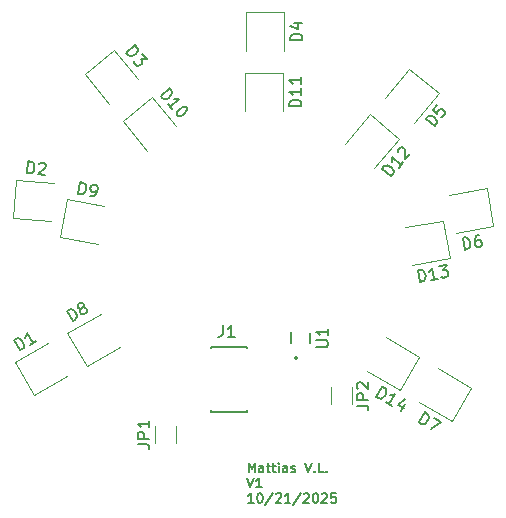
<source format=gto>
G04 #@! TF.GenerationSoftware,KiCad,Pcbnew,9.0.4*
G04 #@! TF.CreationDate,2025-10-28T23:18:59-04:00*
G04 #@! TF.ProjectId,DEL_MCPCB,44454c5f-4d43-4504-9342-2e6b69636164,rev?*
G04 #@! TF.SameCoordinates,Original*
G04 #@! TF.FileFunction,Legend,Top*
G04 #@! TF.FilePolarity,Positive*
%FSLAX46Y46*%
G04 Gerber Fmt 4.6, Leading zero omitted, Abs format (unit mm)*
G04 Created by KiCad (PCBNEW 9.0.4) date 2025-10-28 23:18:59*
%MOMM*%
%LPD*%
G01*
G04 APERTURE LIST*
%ADD10C,0.150000*%
%ADD11C,0.200000*%
%ADD12C,0.120000*%
%ADD13C,0.152400*%
G04 APERTURE END LIST*
D10*
X149996760Y-107935385D02*
X149996760Y-107135385D01*
X149996760Y-107135385D02*
X150263426Y-107706813D01*
X150263426Y-107706813D02*
X150530093Y-107135385D01*
X150530093Y-107135385D02*
X150530093Y-107935385D01*
X151253903Y-107935385D02*
X151253903Y-107516337D01*
X151253903Y-107516337D02*
X151215808Y-107440147D01*
X151215808Y-107440147D02*
X151139617Y-107402051D01*
X151139617Y-107402051D02*
X150987236Y-107402051D01*
X150987236Y-107402051D02*
X150911046Y-107440147D01*
X151253903Y-107897290D02*
X151177712Y-107935385D01*
X151177712Y-107935385D02*
X150987236Y-107935385D01*
X150987236Y-107935385D02*
X150911046Y-107897290D01*
X150911046Y-107897290D02*
X150872950Y-107821099D01*
X150872950Y-107821099D02*
X150872950Y-107744909D01*
X150872950Y-107744909D02*
X150911046Y-107668718D01*
X150911046Y-107668718D02*
X150987236Y-107630623D01*
X150987236Y-107630623D02*
X151177712Y-107630623D01*
X151177712Y-107630623D02*
X151253903Y-107592528D01*
X151520570Y-107402051D02*
X151825332Y-107402051D01*
X151634856Y-107135385D02*
X151634856Y-107821099D01*
X151634856Y-107821099D02*
X151672951Y-107897290D01*
X151672951Y-107897290D02*
X151749141Y-107935385D01*
X151749141Y-107935385D02*
X151825332Y-107935385D01*
X151977713Y-107402051D02*
X152282475Y-107402051D01*
X152091999Y-107135385D02*
X152091999Y-107821099D01*
X152091999Y-107821099D02*
X152130094Y-107897290D01*
X152130094Y-107897290D02*
X152206284Y-107935385D01*
X152206284Y-107935385D02*
X152282475Y-107935385D01*
X152549142Y-107935385D02*
X152549142Y-107402051D01*
X152549142Y-107135385D02*
X152511046Y-107173480D01*
X152511046Y-107173480D02*
X152549142Y-107211575D01*
X152549142Y-107211575D02*
X152587237Y-107173480D01*
X152587237Y-107173480D02*
X152549142Y-107135385D01*
X152549142Y-107135385D02*
X152549142Y-107211575D01*
X153272951Y-107935385D02*
X153272951Y-107516337D01*
X153272951Y-107516337D02*
X153234856Y-107440147D01*
X153234856Y-107440147D02*
X153158665Y-107402051D01*
X153158665Y-107402051D02*
X153006284Y-107402051D01*
X153006284Y-107402051D02*
X152930094Y-107440147D01*
X153272951Y-107897290D02*
X153196760Y-107935385D01*
X153196760Y-107935385D02*
X153006284Y-107935385D01*
X153006284Y-107935385D02*
X152930094Y-107897290D01*
X152930094Y-107897290D02*
X152891998Y-107821099D01*
X152891998Y-107821099D02*
X152891998Y-107744909D01*
X152891998Y-107744909D02*
X152930094Y-107668718D01*
X152930094Y-107668718D02*
X153006284Y-107630623D01*
X153006284Y-107630623D02*
X153196760Y-107630623D01*
X153196760Y-107630623D02*
X153272951Y-107592528D01*
X153615808Y-107897290D02*
X153691999Y-107935385D01*
X153691999Y-107935385D02*
X153844380Y-107935385D01*
X153844380Y-107935385D02*
X153920570Y-107897290D01*
X153920570Y-107897290D02*
X153958666Y-107821099D01*
X153958666Y-107821099D02*
X153958666Y-107783004D01*
X153958666Y-107783004D02*
X153920570Y-107706813D01*
X153920570Y-107706813D02*
X153844380Y-107668718D01*
X153844380Y-107668718D02*
X153730094Y-107668718D01*
X153730094Y-107668718D02*
X153653904Y-107630623D01*
X153653904Y-107630623D02*
X153615808Y-107554432D01*
X153615808Y-107554432D02*
X153615808Y-107516337D01*
X153615808Y-107516337D02*
X153653904Y-107440147D01*
X153653904Y-107440147D02*
X153730094Y-107402051D01*
X153730094Y-107402051D02*
X153844380Y-107402051D01*
X153844380Y-107402051D02*
X153920570Y-107440147D01*
X154796761Y-107135385D02*
X155063428Y-107935385D01*
X155063428Y-107935385D02*
X155330094Y-107135385D01*
X155596761Y-107859194D02*
X155634856Y-107897290D01*
X155634856Y-107897290D02*
X155596761Y-107935385D01*
X155596761Y-107935385D02*
X155558665Y-107897290D01*
X155558665Y-107897290D02*
X155596761Y-107859194D01*
X155596761Y-107859194D02*
X155596761Y-107935385D01*
X156358665Y-107935385D02*
X155977713Y-107935385D01*
X155977713Y-107935385D02*
X155977713Y-107135385D01*
X156625332Y-107859194D02*
X156663427Y-107897290D01*
X156663427Y-107897290D02*
X156625332Y-107935385D01*
X156625332Y-107935385D02*
X156587236Y-107897290D01*
X156587236Y-107897290D02*
X156625332Y-107859194D01*
X156625332Y-107859194D02*
X156625332Y-107935385D01*
X149882474Y-108423340D02*
X150149141Y-109223340D01*
X150149141Y-109223340D02*
X150415807Y-108423340D01*
X151101521Y-109223340D02*
X150644378Y-109223340D01*
X150872950Y-109223340D02*
X150872950Y-108423340D01*
X150872950Y-108423340D02*
X150796759Y-108537625D01*
X150796759Y-108537625D02*
X150720569Y-108613816D01*
X150720569Y-108613816D02*
X150644378Y-108651911D01*
X150415807Y-110511295D02*
X149958664Y-110511295D01*
X150187236Y-110511295D02*
X150187236Y-109711295D01*
X150187236Y-109711295D02*
X150111045Y-109825580D01*
X150111045Y-109825580D02*
X150034855Y-109901771D01*
X150034855Y-109901771D02*
X149958664Y-109939866D01*
X150911046Y-109711295D02*
X150987236Y-109711295D01*
X150987236Y-109711295D02*
X151063427Y-109749390D01*
X151063427Y-109749390D02*
X151101522Y-109787485D01*
X151101522Y-109787485D02*
X151139617Y-109863676D01*
X151139617Y-109863676D02*
X151177712Y-110016057D01*
X151177712Y-110016057D02*
X151177712Y-110206533D01*
X151177712Y-110206533D02*
X151139617Y-110358914D01*
X151139617Y-110358914D02*
X151101522Y-110435104D01*
X151101522Y-110435104D02*
X151063427Y-110473200D01*
X151063427Y-110473200D02*
X150987236Y-110511295D01*
X150987236Y-110511295D02*
X150911046Y-110511295D01*
X150911046Y-110511295D02*
X150834855Y-110473200D01*
X150834855Y-110473200D02*
X150796760Y-110435104D01*
X150796760Y-110435104D02*
X150758665Y-110358914D01*
X150758665Y-110358914D02*
X150720569Y-110206533D01*
X150720569Y-110206533D02*
X150720569Y-110016057D01*
X150720569Y-110016057D02*
X150758665Y-109863676D01*
X150758665Y-109863676D02*
X150796760Y-109787485D01*
X150796760Y-109787485D02*
X150834855Y-109749390D01*
X150834855Y-109749390D02*
X150911046Y-109711295D01*
X152091998Y-109673200D02*
X151406284Y-110701771D01*
X152320569Y-109787485D02*
X152358665Y-109749390D01*
X152358665Y-109749390D02*
X152434855Y-109711295D01*
X152434855Y-109711295D02*
X152625331Y-109711295D01*
X152625331Y-109711295D02*
X152701522Y-109749390D01*
X152701522Y-109749390D02*
X152739617Y-109787485D01*
X152739617Y-109787485D02*
X152777712Y-109863676D01*
X152777712Y-109863676D02*
X152777712Y-109939866D01*
X152777712Y-109939866D02*
X152739617Y-110054152D01*
X152739617Y-110054152D02*
X152282474Y-110511295D01*
X152282474Y-110511295D02*
X152777712Y-110511295D01*
X153539617Y-110511295D02*
X153082474Y-110511295D01*
X153311046Y-110511295D02*
X153311046Y-109711295D01*
X153311046Y-109711295D02*
X153234855Y-109825580D01*
X153234855Y-109825580D02*
X153158665Y-109901771D01*
X153158665Y-109901771D02*
X153082474Y-109939866D01*
X154453903Y-109673200D02*
X153768189Y-110701771D01*
X154682474Y-109787485D02*
X154720570Y-109749390D01*
X154720570Y-109749390D02*
X154796760Y-109711295D01*
X154796760Y-109711295D02*
X154987236Y-109711295D01*
X154987236Y-109711295D02*
X155063427Y-109749390D01*
X155063427Y-109749390D02*
X155101522Y-109787485D01*
X155101522Y-109787485D02*
X155139617Y-109863676D01*
X155139617Y-109863676D02*
X155139617Y-109939866D01*
X155139617Y-109939866D02*
X155101522Y-110054152D01*
X155101522Y-110054152D02*
X154644379Y-110511295D01*
X154644379Y-110511295D02*
X155139617Y-110511295D01*
X155634856Y-109711295D02*
X155711046Y-109711295D01*
X155711046Y-109711295D02*
X155787237Y-109749390D01*
X155787237Y-109749390D02*
X155825332Y-109787485D01*
X155825332Y-109787485D02*
X155863427Y-109863676D01*
X155863427Y-109863676D02*
X155901522Y-110016057D01*
X155901522Y-110016057D02*
X155901522Y-110206533D01*
X155901522Y-110206533D02*
X155863427Y-110358914D01*
X155863427Y-110358914D02*
X155825332Y-110435104D01*
X155825332Y-110435104D02*
X155787237Y-110473200D01*
X155787237Y-110473200D02*
X155711046Y-110511295D01*
X155711046Y-110511295D02*
X155634856Y-110511295D01*
X155634856Y-110511295D02*
X155558665Y-110473200D01*
X155558665Y-110473200D02*
X155520570Y-110435104D01*
X155520570Y-110435104D02*
X155482475Y-110358914D01*
X155482475Y-110358914D02*
X155444379Y-110206533D01*
X155444379Y-110206533D02*
X155444379Y-110016057D01*
X155444379Y-110016057D02*
X155482475Y-109863676D01*
X155482475Y-109863676D02*
X155520570Y-109787485D01*
X155520570Y-109787485D02*
X155558665Y-109749390D01*
X155558665Y-109749390D02*
X155634856Y-109711295D01*
X156206284Y-109787485D02*
X156244380Y-109749390D01*
X156244380Y-109749390D02*
X156320570Y-109711295D01*
X156320570Y-109711295D02*
X156511046Y-109711295D01*
X156511046Y-109711295D02*
X156587237Y-109749390D01*
X156587237Y-109749390D02*
X156625332Y-109787485D01*
X156625332Y-109787485D02*
X156663427Y-109863676D01*
X156663427Y-109863676D02*
X156663427Y-109939866D01*
X156663427Y-109939866D02*
X156625332Y-110054152D01*
X156625332Y-110054152D02*
X156168189Y-110511295D01*
X156168189Y-110511295D02*
X156663427Y-110511295D01*
X157387237Y-109711295D02*
X157006285Y-109711295D01*
X157006285Y-109711295D02*
X156968189Y-110092247D01*
X156968189Y-110092247D02*
X157006285Y-110054152D01*
X157006285Y-110054152D02*
X157082475Y-110016057D01*
X157082475Y-110016057D02*
X157272951Y-110016057D01*
X157272951Y-110016057D02*
X157349142Y-110054152D01*
X157349142Y-110054152D02*
X157387237Y-110092247D01*
X157387237Y-110092247D02*
X157425332Y-110168438D01*
X157425332Y-110168438D02*
X157425332Y-110358914D01*
X157425332Y-110358914D02*
X157387237Y-110435104D01*
X157387237Y-110435104D02*
X157349142Y-110473200D01*
X157349142Y-110473200D02*
X157272951Y-110511295D01*
X157272951Y-110511295D02*
X157082475Y-110511295D01*
X157082475Y-110511295D02*
X157006285Y-110473200D01*
X157006285Y-110473200D02*
X156968189Y-110435104D01*
X147810866Y-95494819D02*
X147810866Y-96209104D01*
X147810866Y-96209104D02*
X147763247Y-96351961D01*
X147763247Y-96351961D02*
X147668009Y-96447200D01*
X147668009Y-96447200D02*
X147525152Y-96494819D01*
X147525152Y-96494819D02*
X147429914Y-96494819D01*
X148810866Y-96494819D02*
X148239438Y-96494819D01*
X148525152Y-96494819D02*
X148525152Y-95494819D01*
X148525152Y-95494819D02*
X148429914Y-95637676D01*
X148429914Y-95637676D02*
X148334676Y-95732914D01*
X148334676Y-95732914D02*
X148239438Y-95780533D01*
X164417587Y-103736909D02*
X164917587Y-102870884D01*
X164917587Y-102870884D02*
X165123784Y-102989931D01*
X165123784Y-102989931D02*
X165223692Y-103102599D01*
X165223692Y-103102599D02*
X165258552Y-103232697D01*
X165258552Y-103232697D02*
X165252172Y-103338985D01*
X165252172Y-103338985D02*
X165198173Y-103527752D01*
X165198173Y-103527752D02*
X165126745Y-103651470D01*
X165126745Y-103651470D02*
X164990267Y-103792617D01*
X164990267Y-103792617D02*
X164901409Y-103851286D01*
X164901409Y-103851286D02*
X164771311Y-103886146D01*
X164771311Y-103886146D02*
X164623784Y-103855957D01*
X164623784Y-103855957D02*
X164417587Y-103736909D01*
X165701134Y-103323265D02*
X166278484Y-103656598D01*
X166278484Y-103656598D02*
X165407330Y-104308338D01*
X135571997Y-84382975D02*
X135745645Y-83398167D01*
X135745645Y-83398167D02*
X135980123Y-83439512D01*
X135980123Y-83439512D02*
X136112541Y-83511215D01*
X136112541Y-83511215D02*
X136189794Y-83621544D01*
X136189794Y-83621544D02*
X136220152Y-83723604D01*
X136220152Y-83723604D02*
X136233971Y-83919455D01*
X136233971Y-83919455D02*
X136209164Y-84060142D01*
X136209164Y-84060142D02*
X136129193Y-84239456D01*
X136129193Y-84239456D02*
X136065760Y-84324978D01*
X136065760Y-84324978D02*
X135955430Y-84402231D01*
X135955430Y-84402231D02*
X135806475Y-84424320D01*
X135806475Y-84424320D02*
X135571997Y-84382975D01*
X136603700Y-84564892D02*
X136791282Y-84597968D01*
X136791282Y-84597968D02*
X136893343Y-84567610D01*
X136893343Y-84567610D02*
X136948507Y-84528984D01*
X136948507Y-84528984D02*
X137067105Y-84404835D01*
X137067105Y-84404835D02*
X137147077Y-84225521D01*
X137147077Y-84225521D02*
X137213228Y-83850356D01*
X137213228Y-83850356D02*
X137182871Y-83748296D01*
X137182871Y-83748296D02*
X137144244Y-83693132D01*
X137144244Y-83693132D02*
X137058722Y-83629698D01*
X137058722Y-83629698D02*
X136871139Y-83596622D01*
X136871139Y-83596622D02*
X136769079Y-83626980D01*
X136769079Y-83626980D02*
X136713915Y-83665607D01*
X136713915Y-83665607D02*
X136650481Y-83751129D01*
X136650481Y-83751129D02*
X136609136Y-83985607D01*
X136609136Y-83985607D02*
X136639494Y-84087667D01*
X136639494Y-84087667D02*
X136678121Y-84142832D01*
X136678121Y-84142832D02*
X136763643Y-84206265D01*
X136763643Y-84206265D02*
X136951225Y-84239341D01*
X136951225Y-84239341D02*
X137053285Y-84208983D01*
X137053285Y-84208983D02*
X137108450Y-84170357D01*
X137108450Y-84170357D02*
X137171884Y-84084834D01*
X130636165Y-97637163D02*
X130136165Y-96771137D01*
X130136165Y-96771137D02*
X130342362Y-96652090D01*
X130342362Y-96652090D02*
X130489889Y-96621900D01*
X130489889Y-96621900D02*
X130619987Y-96656760D01*
X130619987Y-96656760D02*
X130708845Y-96715429D01*
X130708845Y-96715429D02*
X130845323Y-96856577D01*
X130845323Y-96856577D02*
X130916751Y-96980295D01*
X130916751Y-96980295D02*
X130970750Y-97169061D01*
X130970750Y-97169061D02*
X130977130Y-97275350D01*
X130977130Y-97275350D02*
X130942270Y-97405447D01*
X130942270Y-97405447D02*
X130842362Y-97518115D01*
X130842362Y-97518115D02*
X130636165Y-97637163D01*
X131955823Y-96875258D02*
X131460951Y-97160972D01*
X131708387Y-97018115D02*
X131208387Y-96152090D01*
X131208387Y-96152090D02*
X131197337Y-96323427D01*
X131197337Y-96323427D02*
X131162478Y-96453524D01*
X131162478Y-96453524D02*
X131103808Y-96542383D01*
X164495325Y-91834996D02*
X164321677Y-90850189D01*
X164321677Y-90850189D02*
X164556155Y-90808844D01*
X164556155Y-90808844D02*
X164705111Y-90830933D01*
X164705111Y-90830933D02*
X164815440Y-90908186D01*
X164815440Y-90908186D02*
X164878873Y-90993708D01*
X164878873Y-90993708D02*
X164958845Y-91173022D01*
X164958845Y-91173022D02*
X164983652Y-91313708D01*
X164983652Y-91313708D02*
X164969832Y-91509560D01*
X164969832Y-91509560D02*
X164939474Y-91611620D01*
X164939474Y-91611620D02*
X164862221Y-91721949D01*
X164862221Y-91721949D02*
X164729803Y-91793652D01*
X164729803Y-91793652D02*
X164495325Y-91834996D01*
X165995984Y-91570390D02*
X165433237Y-91669617D01*
X165714611Y-91620003D02*
X165540963Y-90635196D01*
X165540963Y-90635196D02*
X165471978Y-90792420D01*
X165471978Y-90792420D02*
X165394725Y-90902749D01*
X165394725Y-90902749D02*
X165309203Y-90966183D01*
X166150606Y-90527699D02*
X166760248Y-90420203D01*
X166760248Y-90420203D02*
X166498131Y-90853250D01*
X166498131Y-90853250D02*
X166638818Y-90828443D01*
X166638818Y-90828443D02*
X166740878Y-90858801D01*
X166740878Y-90858801D02*
X166796042Y-90897428D01*
X166796042Y-90897428D02*
X166859476Y-90982950D01*
X166859476Y-90982950D02*
X166900821Y-91217428D01*
X166900821Y-91217428D02*
X166870463Y-91319488D01*
X166870463Y-91319488D02*
X166831836Y-91374653D01*
X166831836Y-91374653D02*
X166746314Y-91438086D01*
X166746314Y-91438086D02*
X166464941Y-91487700D01*
X166464941Y-91487700D02*
X166362880Y-91457342D01*
X166362880Y-91457342D02*
X166307716Y-91418716D01*
X140601419Y-105583533D02*
X141315704Y-105583533D01*
X141315704Y-105583533D02*
X141458561Y-105631152D01*
X141458561Y-105631152D02*
X141553800Y-105726390D01*
X141553800Y-105726390D02*
X141601419Y-105869247D01*
X141601419Y-105869247D02*
X141601419Y-105964485D01*
X141601419Y-105107342D02*
X140601419Y-105107342D01*
X140601419Y-105107342D02*
X140601419Y-104726390D01*
X140601419Y-104726390D02*
X140649038Y-104631152D01*
X140649038Y-104631152D02*
X140696657Y-104583533D01*
X140696657Y-104583533D02*
X140791895Y-104535914D01*
X140791895Y-104535914D02*
X140934752Y-104535914D01*
X140934752Y-104535914D02*
X141029990Y-104583533D01*
X141029990Y-104583533D02*
X141077609Y-104631152D01*
X141077609Y-104631152D02*
X141125228Y-104726390D01*
X141125228Y-104726390D02*
X141125228Y-105107342D01*
X141601419Y-103583533D02*
X141601419Y-104154961D01*
X141601419Y-103869247D02*
X140601419Y-103869247D01*
X140601419Y-103869247D02*
X140744276Y-103964485D01*
X140744276Y-103964485D02*
X140839514Y-104059723D01*
X140839514Y-104059723D02*
X140887133Y-104154961D01*
X165743720Y-78663514D02*
X164977675Y-78020726D01*
X164977675Y-78020726D02*
X165130720Y-77838335D01*
X165130720Y-77838335D02*
X165259025Y-77759509D01*
X165259025Y-77759509D02*
X165393200Y-77747770D01*
X165393200Y-77747770D02*
X165496765Y-77772510D01*
X165496765Y-77772510D02*
X165673287Y-77858467D01*
X165673287Y-77858467D02*
X165782722Y-77950294D01*
X165782722Y-77950294D02*
X165898027Y-78109208D01*
X165898027Y-78109208D02*
X165940374Y-78206904D01*
X165940374Y-78206904D02*
X165952113Y-78341079D01*
X165952113Y-78341079D02*
X165896765Y-78481122D01*
X165896765Y-78481122D02*
X165743720Y-78663514D01*
X165926552Y-76889899D02*
X165620463Y-77254682D01*
X165620463Y-77254682D02*
X165954637Y-77597250D01*
X165954637Y-77597250D02*
X165948768Y-77530162D01*
X165948768Y-77530162D02*
X165973507Y-77426597D01*
X165973507Y-77426597D02*
X166126552Y-77244205D01*
X166126552Y-77244205D02*
X166224248Y-77201858D01*
X166224248Y-77201858D02*
X166291336Y-77195988D01*
X166291336Y-77195988D02*
X166394901Y-77220728D01*
X166394901Y-77220728D02*
X166577293Y-77373772D01*
X166577293Y-77373772D02*
X166619640Y-77471469D01*
X166619640Y-77471469D02*
X166625510Y-77538556D01*
X166625510Y-77538556D02*
X166600770Y-77642121D01*
X166600770Y-77642121D02*
X166447725Y-77824513D01*
X166447725Y-77824513D02*
X166350029Y-77866861D01*
X166350029Y-77866861D02*
X166282942Y-77872730D01*
X162085414Y-82887565D02*
X161319370Y-82244778D01*
X161319370Y-82244778D02*
X161472414Y-82062386D01*
X161472414Y-82062386D02*
X161600720Y-81983560D01*
X161600720Y-81983560D02*
X161734894Y-81971822D01*
X161734894Y-81971822D02*
X161838460Y-81996561D01*
X161838460Y-81996561D02*
X162014982Y-82082519D01*
X162014982Y-82082519D02*
X162124417Y-82174345D01*
X162124417Y-82174345D02*
X162239721Y-82333259D01*
X162239721Y-82333259D02*
X162282069Y-82430956D01*
X162282069Y-82430956D02*
X162293807Y-82565130D01*
X162293807Y-82565130D02*
X162238459Y-82705174D01*
X162238459Y-82705174D02*
X162085414Y-82887565D01*
X163064900Y-81720260D02*
X162697593Y-82157999D01*
X162881247Y-81939129D02*
X162115202Y-81296342D01*
X162115202Y-81296342D02*
X162163419Y-81461125D01*
X162163419Y-81461125D02*
X162175158Y-81595300D01*
X162175158Y-81595300D02*
X162150418Y-81698865D01*
X162616684Y-80846863D02*
X162610814Y-80779776D01*
X162610814Y-80779776D02*
X162635554Y-80676211D01*
X162635554Y-80676211D02*
X162788599Y-80493819D01*
X162788599Y-80493819D02*
X162886295Y-80451471D01*
X162886295Y-80451471D02*
X162953382Y-80445602D01*
X162953382Y-80445602D02*
X163056948Y-80470342D01*
X163056948Y-80470342D02*
X163129904Y-80531559D01*
X163129904Y-80531559D02*
X163208730Y-80659865D01*
X163208730Y-80659865D02*
X163279163Y-81464911D01*
X163279163Y-81464911D02*
X163677079Y-80990693D01*
X154455391Y-76969116D02*
X153455391Y-76969116D01*
X153455391Y-76969116D02*
X153455391Y-76731021D01*
X153455391Y-76731021D02*
X153503010Y-76588164D01*
X153503010Y-76588164D02*
X153598248Y-76492926D01*
X153598248Y-76492926D02*
X153693486Y-76445307D01*
X153693486Y-76445307D02*
X153883962Y-76397688D01*
X153883962Y-76397688D02*
X154026819Y-76397688D01*
X154026819Y-76397688D02*
X154217295Y-76445307D01*
X154217295Y-76445307D02*
X154312533Y-76492926D01*
X154312533Y-76492926D02*
X154407772Y-76588164D01*
X154407772Y-76588164D02*
X154455391Y-76731021D01*
X154455391Y-76731021D02*
X154455391Y-76969116D01*
X154455391Y-75445307D02*
X154455391Y-76016735D01*
X154455391Y-75731021D02*
X153455391Y-75731021D01*
X153455391Y-75731021D02*
X153598248Y-75826259D01*
X153598248Y-75826259D02*
X153693486Y-75921497D01*
X153693486Y-75921497D02*
X153741105Y-76016735D01*
X154455391Y-74492926D02*
X154455391Y-75064354D01*
X154455391Y-74778640D02*
X153455391Y-74778640D01*
X153455391Y-74778640D02*
X153598248Y-74873878D01*
X153598248Y-74873878D02*
X153693486Y-74969116D01*
X153693486Y-74969116D02*
X153741105Y-75064354D01*
X154542648Y-71381791D02*
X153542648Y-71381791D01*
X153542648Y-71381791D02*
X153542648Y-71143696D01*
X153542648Y-71143696D02*
X153590267Y-71000839D01*
X153590267Y-71000839D02*
X153685505Y-70905601D01*
X153685505Y-70905601D02*
X153780743Y-70857982D01*
X153780743Y-70857982D02*
X153971219Y-70810363D01*
X153971219Y-70810363D02*
X154114076Y-70810363D01*
X154114076Y-70810363D02*
X154304552Y-70857982D01*
X154304552Y-70857982D02*
X154399790Y-70905601D01*
X154399790Y-70905601D02*
X154495029Y-71000839D01*
X154495029Y-71000839D02*
X154542648Y-71143696D01*
X154542648Y-71143696D02*
X154542648Y-71381791D01*
X153875981Y-69953220D02*
X154542648Y-69953220D01*
X153495029Y-70191315D02*
X154209314Y-70429410D01*
X154209314Y-70429410D02*
X154209314Y-69810363D01*
X139635828Y-72457455D02*
X140401872Y-71814668D01*
X140401872Y-71814668D02*
X140554917Y-71997059D01*
X140554917Y-71997059D02*
X140610265Y-72137103D01*
X140610265Y-72137103D02*
X140598527Y-72271277D01*
X140598527Y-72271277D02*
X140556179Y-72368974D01*
X140556179Y-72368974D02*
X140440875Y-72527888D01*
X140440875Y-72527888D02*
X140331440Y-72619714D01*
X140331440Y-72619714D02*
X140154918Y-72705672D01*
X140154918Y-72705672D02*
X140051352Y-72730411D01*
X140051352Y-72730411D02*
X139917178Y-72718673D01*
X139917178Y-72718673D02*
X139788872Y-72639847D01*
X139788872Y-72639847D02*
X139635828Y-72457455D01*
X140983442Y-72507755D02*
X141381358Y-72981973D01*
X141381358Y-72981973D02*
X140875269Y-72971497D01*
X140875269Y-72971497D02*
X140967096Y-73080932D01*
X140967096Y-73080932D02*
X140991835Y-73184497D01*
X140991835Y-73184497D02*
X140985966Y-73251584D01*
X140985966Y-73251584D02*
X140943618Y-73349281D01*
X140943618Y-73349281D02*
X140761227Y-73502325D01*
X140761227Y-73502325D02*
X140657661Y-73527065D01*
X140657661Y-73527065D02*
X140590574Y-73521195D01*
X140590574Y-73521195D02*
X140492878Y-73478848D01*
X140492878Y-73478848D02*
X140309224Y-73259978D01*
X140309224Y-73259978D02*
X140284485Y-73156412D01*
X140284485Y-73156412D02*
X140290354Y-73089325D01*
X131246282Y-82630267D02*
X131333438Y-81634072D01*
X131333438Y-81634072D02*
X131570627Y-81654823D01*
X131570627Y-81654823D02*
X131708791Y-81714712D01*
X131708791Y-81714712D02*
X131795366Y-81817888D01*
X131795366Y-81817888D02*
X131834503Y-81916914D01*
X131834503Y-81916914D02*
X131865340Y-82110816D01*
X131865340Y-82110816D02*
X131852889Y-82253129D01*
X131852889Y-82253129D02*
X131788850Y-82438730D01*
X131788850Y-82438730D02*
X131733112Y-82529456D01*
X131733112Y-82529456D02*
X131629935Y-82616031D01*
X131629935Y-82616031D02*
X131483472Y-82651018D01*
X131483472Y-82651018D02*
X131246282Y-82630267D01*
X132273894Y-81811953D02*
X132325482Y-81768666D01*
X132325482Y-81768666D02*
X132424508Y-81729528D01*
X132424508Y-81729528D02*
X132661698Y-81750280D01*
X132661698Y-81750280D02*
X132752423Y-81806018D01*
X132752423Y-81806018D02*
X132795711Y-81857606D01*
X132795711Y-81857606D02*
X132834848Y-81956632D01*
X132834848Y-81956632D02*
X132826547Y-82051508D01*
X132826547Y-82051508D02*
X132766659Y-82189671D01*
X132766659Y-82189671D02*
X132147601Y-82709122D01*
X132147601Y-82709122D02*
X132764293Y-82763075D01*
X168287497Y-89095078D02*
X168113848Y-88110270D01*
X168113848Y-88110270D02*
X168348326Y-88068925D01*
X168348326Y-88068925D02*
X168497282Y-88091014D01*
X168497282Y-88091014D02*
X168607611Y-88168267D01*
X168607611Y-88168267D02*
X168671045Y-88253789D01*
X168671045Y-88253789D02*
X168751016Y-88433103D01*
X168751016Y-88433103D02*
X168775823Y-88573790D01*
X168775823Y-88573790D02*
X168762003Y-88769641D01*
X168762003Y-88769641D02*
X168731646Y-88871701D01*
X168731646Y-88871701D02*
X168654392Y-88982030D01*
X168654392Y-88982030D02*
X168521975Y-89053733D01*
X168521975Y-89053733D02*
X168287497Y-89095078D01*
X169520717Y-87862201D02*
X169333134Y-87895277D01*
X169333134Y-87895277D02*
X169247612Y-87958710D01*
X169247612Y-87958710D02*
X169208985Y-88013875D01*
X169208985Y-88013875D02*
X169140001Y-88171100D01*
X169140001Y-88171100D02*
X169126181Y-88366951D01*
X169126181Y-88366951D02*
X169192333Y-88742116D01*
X169192333Y-88742116D02*
X169255766Y-88827638D01*
X169255766Y-88827638D02*
X169310931Y-88866265D01*
X169310931Y-88866265D02*
X169412991Y-88896623D01*
X169412991Y-88896623D02*
X169600574Y-88863547D01*
X169600574Y-88863547D02*
X169686096Y-88800113D01*
X169686096Y-88800113D02*
X169724722Y-88744949D01*
X169724722Y-88744949D02*
X169755080Y-88642888D01*
X169755080Y-88642888D02*
X169713735Y-88408410D01*
X169713735Y-88408410D02*
X169650302Y-88322888D01*
X169650302Y-88322888D02*
X169595137Y-88284262D01*
X169595137Y-88284262D02*
X169493077Y-88253904D01*
X169493077Y-88253904D02*
X169305495Y-88286980D01*
X169305495Y-88286980D02*
X169219972Y-88350413D01*
X169219972Y-88350413D02*
X169181346Y-88405578D01*
X169181346Y-88405578D02*
X169150988Y-88507638D01*
X159145819Y-102306333D02*
X159860104Y-102306333D01*
X159860104Y-102306333D02*
X160002961Y-102353952D01*
X160002961Y-102353952D02*
X160098200Y-102449190D01*
X160098200Y-102449190D02*
X160145819Y-102592047D01*
X160145819Y-102592047D02*
X160145819Y-102687285D01*
X160145819Y-101830142D02*
X159145819Y-101830142D01*
X159145819Y-101830142D02*
X159145819Y-101449190D01*
X159145819Y-101449190D02*
X159193438Y-101353952D01*
X159193438Y-101353952D02*
X159241057Y-101306333D01*
X159241057Y-101306333D02*
X159336295Y-101258714D01*
X159336295Y-101258714D02*
X159479152Y-101258714D01*
X159479152Y-101258714D02*
X159574390Y-101306333D01*
X159574390Y-101306333D02*
X159622009Y-101353952D01*
X159622009Y-101353952D02*
X159669628Y-101449190D01*
X159669628Y-101449190D02*
X159669628Y-101830142D01*
X159241057Y-100877761D02*
X159193438Y-100830142D01*
X159193438Y-100830142D02*
X159145819Y-100734904D01*
X159145819Y-100734904D02*
X159145819Y-100496809D01*
X159145819Y-100496809D02*
X159193438Y-100401571D01*
X159193438Y-100401571D02*
X159241057Y-100353952D01*
X159241057Y-100353952D02*
X159336295Y-100306333D01*
X159336295Y-100306333D02*
X159431533Y-100306333D01*
X159431533Y-100306333D02*
X159574390Y-100353952D01*
X159574390Y-100353952D02*
X160145819Y-100925380D01*
X160145819Y-100925380D02*
X160145819Y-100306333D01*
X160823788Y-101564541D02*
X161323788Y-100698516D01*
X161323788Y-100698516D02*
X161529984Y-100817564D01*
X161529984Y-100817564D02*
X161629893Y-100930232D01*
X161629893Y-100930232D02*
X161664752Y-101060329D01*
X161664752Y-101060329D02*
X161658372Y-101166617D01*
X161658372Y-101166617D02*
X161604374Y-101355384D01*
X161604374Y-101355384D02*
X161532945Y-101479102D01*
X161532945Y-101479102D02*
X161396468Y-101620250D01*
X161396468Y-101620250D02*
X161307609Y-101678919D01*
X161307609Y-101678919D02*
X161177512Y-101713778D01*
X161177512Y-101713778D02*
X161029984Y-101683589D01*
X161029984Y-101683589D02*
X160823788Y-101564541D01*
X162143445Y-102326446D02*
X161648574Y-102040732D01*
X161896010Y-102183589D02*
X162396010Y-101317564D01*
X162396010Y-101317564D02*
X162242102Y-101393663D01*
X162242102Y-101393663D02*
X162112005Y-101428522D01*
X162112005Y-101428522D02*
X162005717Y-101422142D01*
X163219086Y-102177667D02*
X162885753Y-102755018D01*
X163203366Y-101728705D02*
X162640027Y-102228247D01*
X162640027Y-102228247D02*
X163176138Y-102537771D01*
X142548268Y-76064116D02*
X143314312Y-75421328D01*
X143314312Y-75421328D02*
X143467357Y-75603720D01*
X143467357Y-75603720D02*
X143522706Y-75743763D01*
X143522706Y-75743763D02*
X143510967Y-75877938D01*
X143510967Y-75877938D02*
X143468619Y-75975634D01*
X143468619Y-75975634D02*
X143353315Y-76134548D01*
X143353315Y-76134548D02*
X143243880Y-76226375D01*
X143243880Y-76226375D02*
X143067358Y-76312332D01*
X143067358Y-76312332D02*
X142963792Y-76337072D01*
X142963792Y-76337072D02*
X142829618Y-76325333D01*
X142829618Y-76325333D02*
X142701313Y-76246507D01*
X142701313Y-76246507D02*
X142548268Y-76064116D01*
X143527754Y-77231422D02*
X143160447Y-76793682D01*
X143344100Y-77012552D02*
X144110145Y-76369764D01*
X144110145Y-76369764D02*
X143939492Y-76388634D01*
X143939492Y-76388634D02*
X143805318Y-76376895D01*
X143805318Y-76376895D02*
X143707621Y-76334548D01*
X144691715Y-77062852D02*
X144752932Y-77135809D01*
X144752932Y-77135809D02*
X144777672Y-77239374D01*
X144777672Y-77239374D02*
X144771803Y-77306461D01*
X144771803Y-77306461D02*
X144729455Y-77404157D01*
X144729455Y-77404157D02*
X144614151Y-77563072D01*
X144614151Y-77563072D02*
X144431759Y-77716116D01*
X144431759Y-77716116D02*
X144255237Y-77802074D01*
X144255237Y-77802074D02*
X144151671Y-77826813D01*
X144151671Y-77826813D02*
X144084584Y-77820944D01*
X144084584Y-77820944D02*
X143986888Y-77778596D01*
X143986888Y-77778596D02*
X143925670Y-77705640D01*
X143925670Y-77705640D02*
X143900931Y-77602074D01*
X143900931Y-77602074D02*
X143906800Y-77534987D01*
X143906800Y-77534987D02*
X143949148Y-77437291D01*
X143949148Y-77437291D02*
X144064452Y-77278377D01*
X144064452Y-77278377D02*
X144246843Y-77125332D01*
X144246843Y-77125332D02*
X144423366Y-77039374D01*
X144423366Y-77039374D02*
X144526931Y-77014635D01*
X144526931Y-77014635D02*
X144594018Y-77020504D01*
X144594018Y-77020504D02*
X144691715Y-77062852D01*
X135106165Y-95157163D02*
X134606165Y-94291137D01*
X134606165Y-94291137D02*
X134812362Y-94172090D01*
X134812362Y-94172090D02*
X134959889Y-94141900D01*
X134959889Y-94141900D02*
X135089987Y-94176760D01*
X135089987Y-94176760D02*
X135178845Y-94235429D01*
X135178845Y-94235429D02*
X135315323Y-94376577D01*
X135315323Y-94376577D02*
X135386751Y-94500295D01*
X135386751Y-94500295D02*
X135440750Y-94689061D01*
X135440750Y-94689061D02*
X135447130Y-94795350D01*
X135447130Y-94795350D02*
X135412270Y-94925447D01*
X135412270Y-94925447D02*
X135312362Y-95038115D01*
X135312362Y-95038115D02*
X135106165Y-95157163D01*
X135810194Y-94090862D02*
X135703906Y-94097242D01*
X135703906Y-94097242D02*
X135638857Y-94079812D01*
X135638857Y-94079812D02*
X135549999Y-94021143D01*
X135549999Y-94021143D02*
X135526189Y-93979904D01*
X135526189Y-93979904D02*
X135519810Y-93873616D01*
X135519810Y-93873616D02*
X135537239Y-93808567D01*
X135537239Y-93808567D02*
X135595909Y-93719709D01*
X135595909Y-93719709D02*
X135760866Y-93624471D01*
X135760866Y-93624471D02*
X135867154Y-93618091D01*
X135867154Y-93618091D02*
X135932203Y-93635521D01*
X135932203Y-93635521D02*
X136021061Y-93694190D01*
X136021061Y-93694190D02*
X136044871Y-93735429D01*
X136044871Y-93735429D02*
X136051250Y-93841717D01*
X136051250Y-93841717D02*
X136033821Y-93906766D01*
X136033821Y-93906766D02*
X135975151Y-93995624D01*
X135975151Y-93995624D02*
X135810194Y-94090862D01*
X135810194Y-94090862D02*
X135751525Y-94179721D01*
X135751525Y-94179721D02*
X135734095Y-94244770D01*
X135734095Y-94244770D02*
X135740475Y-94351058D01*
X135740475Y-94351058D02*
X135835713Y-94516015D01*
X135835713Y-94516015D02*
X135924572Y-94574684D01*
X135924572Y-94574684D02*
X135989620Y-94592114D01*
X135989620Y-94592114D02*
X136095909Y-94585734D01*
X136095909Y-94585734D02*
X136260866Y-94490496D01*
X136260866Y-94490496D02*
X136319535Y-94401638D01*
X136319535Y-94401638D02*
X136336965Y-94336589D01*
X136336965Y-94336589D02*
X136330585Y-94230301D01*
X136330585Y-94230301D02*
X136235347Y-94065344D01*
X136235347Y-94065344D02*
X136146488Y-94006674D01*
X136146488Y-94006674D02*
X136081440Y-93989245D01*
X136081440Y-93989245D02*
X135975151Y-93995624D01*
X155715619Y-97354004D02*
X156525142Y-97354004D01*
X156525142Y-97354004D02*
X156620380Y-97306385D01*
X156620380Y-97306385D02*
X156668000Y-97258766D01*
X156668000Y-97258766D02*
X156715619Y-97163528D01*
X156715619Y-97163528D02*
X156715619Y-96973052D01*
X156715619Y-96973052D02*
X156668000Y-96877814D01*
X156668000Y-96877814D02*
X156620380Y-96830195D01*
X156620380Y-96830195D02*
X156525142Y-96782576D01*
X156525142Y-96782576D02*
X155715619Y-96782576D01*
X156715619Y-95782576D02*
X156715619Y-96354004D01*
X156715619Y-96068290D02*
X155715619Y-96068290D01*
X155715619Y-96068290D02*
X155858476Y-96163528D01*
X155858476Y-96163528D02*
X155953714Y-96258766D01*
X155953714Y-96258766D02*
X156001333Y-96354004D01*
D11*
X146783100Y-97319100D02*
X149831100Y-97319100D01*
X146783100Y-97451700D02*
X146783100Y-97319100D01*
X146783100Y-102830900D02*
X146783100Y-102698300D01*
X149831100Y-97319100D02*
X149831100Y-97451700D01*
X149831100Y-102698300D02*
X149831100Y-102830900D01*
X149831100Y-102830900D02*
X146783100Y-102830900D01*
D12*
X167227168Y-103586765D02*
X164421244Y-101966765D01*
X167227168Y-103586765D02*
X168847168Y-100780841D01*
X168847168Y-100780841D02*
X166041244Y-99160841D01*
X134032310Y-88036294D02*
X137223085Y-88598913D01*
X134594929Y-84845519D02*
X134032310Y-88036294D01*
X134594929Y-84845519D02*
X137785704Y-85408138D01*
X130185003Y-98619539D02*
X131805004Y-101425462D01*
X130185003Y-98619539D02*
X132990926Y-96999538D01*
X131805004Y-101425462D02*
X134610927Y-99805461D01*
X166457414Y-86640549D02*
X163266636Y-87203169D01*
X167020034Y-89831327D02*
X163829256Y-90393947D01*
X167020034Y-89831327D02*
X166457414Y-86640549D01*
X142066600Y-105477264D02*
X142066600Y-104023136D01*
X143886600Y-105477264D02*
X143886600Y-104023136D01*
X163601750Y-73787913D02*
X161519118Y-76269899D01*
X166083736Y-75870545D02*
X163601750Y-73787913D01*
X166083736Y-75870545D02*
X164001104Y-78352531D01*
X160249535Y-77647182D02*
X158166903Y-80129166D01*
X162731519Y-79729814D02*
X160249535Y-77647182D01*
X162731519Y-79729814D02*
X160648887Y-82211798D01*
X149680572Y-74134831D02*
X149680572Y-77374831D01*
X152920572Y-74134831D02*
X149680572Y-74134831D01*
X152920572Y-74134831D02*
X152920572Y-77374831D01*
X149767828Y-69023697D02*
X149767829Y-72263698D01*
X153007829Y-69023696D02*
X149767828Y-69023697D01*
X153007829Y-69023696D02*
X153007830Y-72263697D01*
X136108049Y-74266368D02*
X138190682Y-76748353D01*
X138590034Y-72183735D02*
X136108049Y-74266368D01*
X138590034Y-72183735D02*
X140672667Y-74665720D01*
X130030861Y-86403878D02*
X133258533Y-86686262D01*
X130313245Y-83176206D02*
X130030861Y-86403878D01*
X130313245Y-83176206D02*
X133540917Y-83458590D01*
X170162747Y-83916629D02*
X166971969Y-84479249D01*
X170725367Y-87107407D02*
X167534589Y-87670027D01*
X170725367Y-87107407D02*
X170162747Y-83916629D01*
X156951000Y-100745936D02*
X156951000Y-102200064D01*
X158771000Y-100745936D02*
X158771000Y-102200064D01*
X162844424Y-100955630D02*
X160038502Y-99335630D01*
X162844424Y-100955630D02*
X164464424Y-98149708D01*
X164464424Y-98149708D02*
X161658502Y-96529708D01*
X139326580Y-78237812D02*
X141409212Y-80719796D01*
X141808564Y-76155180D02*
X139326580Y-78237812D01*
X141808564Y-76155180D02*
X143891196Y-78637164D01*
X134655004Y-96139539D02*
X136275004Y-98945461D01*
X134655004Y-96139539D02*
X137460926Y-94519539D01*
X136275004Y-98945461D02*
X139080926Y-97325461D01*
D13*
X153581100Y-96072429D02*
X153581100Y-97018371D01*
X155181300Y-97018371D02*
X155181300Y-96165829D01*
X154158200Y-98266300D02*
G75*
G02*
X153904200Y-98266300I-127000J0D01*
G01*
X153904200Y-98266300D02*
G75*
G02*
X154158200Y-98266300I127000J0D01*
G01*
M02*

</source>
